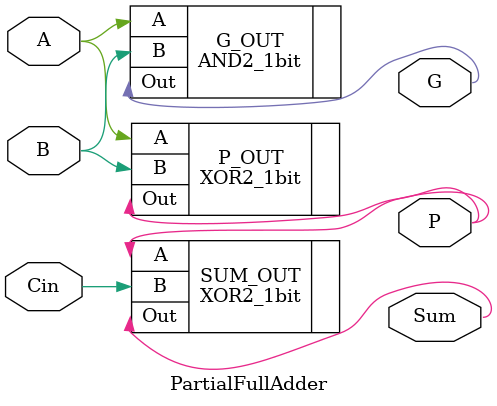
<source format=v>
`timescale 1ns/1ns

module PartialFullAdder(A, B, Cin, Sum, G, P);

input A, B, Cin;
output Sum, G, P;

AND2_1bit G_OUT(.A(A), .B(B), .Out(G));
XOR2_1bit P_OUT(.A(A), .B(B), .Out(P));
XOR2_1bit SUM_OUT(.A(P), .B(Cin), .Out(Sum));

endmodule

</source>
